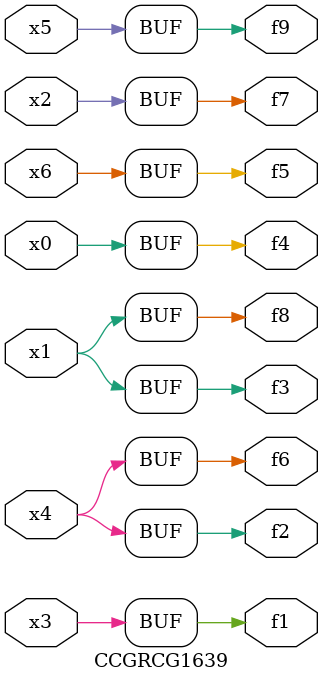
<source format=v>
module CCGRCG1639(
	input x0, x1, x2, x3, x4, x5, x6,
	output f1, f2, f3, f4, f5, f6, f7, f8, f9
);
	assign f1 = x3;
	assign f2 = x4;
	assign f3 = x1;
	assign f4 = x0;
	assign f5 = x6;
	assign f6 = x4;
	assign f7 = x2;
	assign f8 = x1;
	assign f9 = x5;
endmodule

</source>
